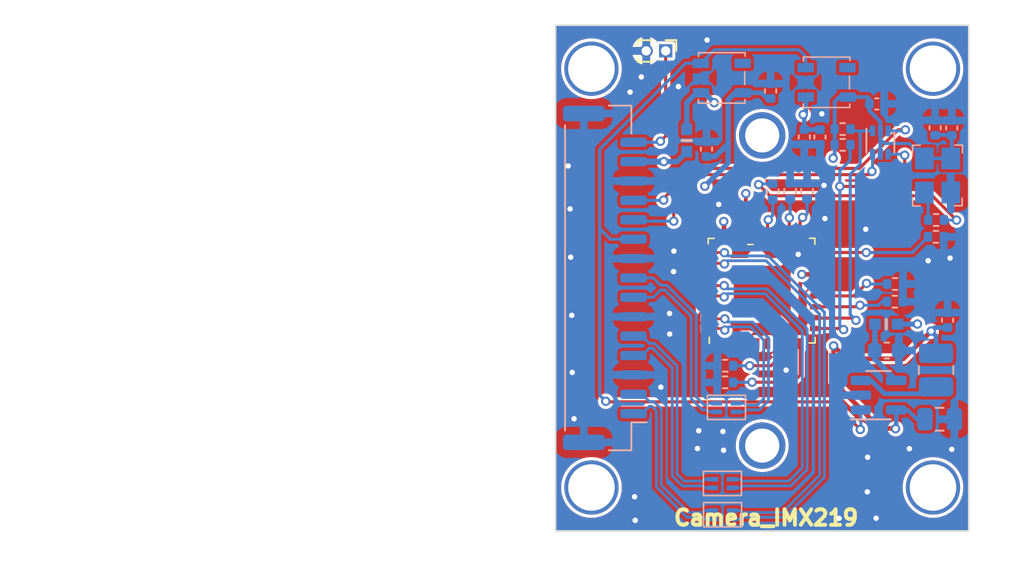
<source format=kicad_pcb>
(kicad_pcb (version 20230606) (generator pcbnew)
  (layers (0 "F.Cu" signal) (1 "In1.Cu" signal) (2 "In2.Cu" signal) (31 "B.Cu" signal) (34 "B.Paste" user) (35 "F.Paste" user) (36 "B.SilkS" user "B.Silkscreen") (37 "F.SilkS" user "F.Silkscreen") (38 "B.Mask" user) (39 "F.Mask" user) (44 "Edge.Cuts" user))
  (net 0 "")
  (net 1 "GND")
  (net 2 "Net-(IC1-IN)")
  (net 3 "+1V8")
  (net 4 "+2V8")
  (net 5 "Net-(U1-VIN)")
  (net 6 "+1V2")
  (net 7 "Net-(U2-AF_VDD)")
  (net 8 "+3V3")
  (net 9 "/IMX219/CON_CSI_D0_N")
  (net 10 "/IMX219/CSI_D0N")
  (net 11 "/IMX219/CSI_D0P")
  (net 12 "/IMX219/CON_CSI_D0_P")
  (net 13 "/IMX219/CON_CSI_D1_N")
  (net 14 "/IMX219/CSI_D1N")
  (net 15 "/IMX219/CSI_D1P")
  (net 16 "/IMX219/CON_CSI_D1_P")
  (net 17 "/IMX219/CON_CSI_CLK_N")
  (net 18 "/IMX219/CSI_CLKN")
  (net 19 "/IMX219/CSI_CLKP")
  (net 20 "/IMX219/CON_CSI_CLK_P")
  (net 21 "/IMX219/ENABLE")
  (net 24 "/IMX219/SCL 1V8")
  (net 25 "/IMX219/SDA")
  (net 26 "/IMX219/SDA 1V8")
  (net 27 "/IMX219/SCL")
  (net 28 "Net-(U1-SW)")
  (net 29 "Net-(Y1-OUTPUT)")
  (net 30 "/IMX219/MCLK")
  (net 31 "Net-(U2-XCLR)")
  (net 32 "Net-(U2-GPO)")
  (net 33 "Net-(U2-FSTROBE)")
  (net 34 "/IMX219/IR_CUT_GPIO")
  (net 35 "Net-(U2-AF_EN)")
  (net 36 "Net-(U2-VSS_AF)")
  (net 37 "Net-(U2-I_NCK)")
  (net 38 "Net-(U2-I_OUT)")
  (footprint "IMX219:Screw_Terminal_01x01" (layer "F.Cu") (at 168.09 97.49)
    (property "Reference" "U5")
    (property "Value" "Screw_Terminal_01x01" hide)
  )
  (footprint "IMX219:Screw_Terminal_01x01" (layer "F.Cu") (at 179.09 94.79)
    (property "Reference" "U8")
    (property "Value" "Screw_Terminal_01x01" hide)
  )
  (footprint "IMX219:Screw_Terminal_01x01" (layer "F.Cu") (at 179.09 74.79)
    (property "Reference" "U7")
    (property "Value" "Screw_Terminal_01x01" hide)
  )
  (footprint "IMX219:Screw_Terminal_01x01" (layer "F.Cu") (at 168.09 70.49)
    (property "Reference" "U3")
    (property "Value" "Screw_Terminal_01x01" hide)
  )
  (footprint "IMX219:SBP08047" (layer "F.Cu") (at 179.09 84.79)
    (property "Reference" "U2")
    (property "Value" "SBP08047" hide)
  )
  (footprint "IMX219:Screw_Terminal_01x01" (layer "F.Cu") (at 190.09 97.49)
    (property "Reference" "U6")
    (property "Value" "Screw_Terminal_01x01" hide)
  )
  (footprint "IMX219:Screw_Terminal_01x01" (layer "F.Cu") (at 190.09 70.49)
    (property "Reference" "U4")
    (property "Value" "Screw_Terminal_01x01" hide)
  )
  (footprint "IMX_219:Con_2Ways_1.25mm" (layer "F.Cu") (at 172.87 69.34 180)
    (property "Reference" "J2")
    (property "Value" "Con_2Ways_1.25mm" hide)
  )
  (footprint "Resistor_SMD:R_0402_1005Metric" (layer "B.Cu") (at 187.63 85.51 180)
    (property "Reference" "R8")
    (property "Value" "DNP" hide)
  )
  (footprint "Resistor_SMD:R_0402_1005Metric" (layer "B.Cu") (at 181.98 78.39 -90)
    (property "Reference" "R4")
    (property "Value" "0R" hide)
  )
  (footprint "IMX219:DLP11SN900HL2L" (layer "B.Cu") (at 175.91 99.53)
    (property "Reference" "FL1")
    (property "Value" "0504 " hide)
  )
  (footprint "Inductor_SMD:L_1008_2520Metric" (layer "B.Cu") (at 190.29 89.92 90)
    (property "Reference" "L1")
    (property "Value" "2520 2.2uH" hide)
  )
  (footprint "Resistor_SMD:R_0402_1005Metric" (layer "B.Cu") (at 190.29 80.24)
    (property "Reference" "R3")
    (property "Value" "22R" hide)
  )
  (footprint "Resistor_SMD:R_0402_1005Metric" (layer "B.Cu") (at 184.27 75.4)
    (property "Reference" "R2")
    (property "Value" "2.2K" hide)
  )
  (footprint "Capacitor_SMD:C_0402_1005Metric" (layer "B.Cu") (at 186.47 72.76)
    (property "Reference" "C3")
    (property "Value" "1uF" hide)
  )
  (footprint "Package_TO_SOT_SMD:SOT-563" (layer "B.Cu") (at 186.7 75.25 -90)
    (property "Reference" "IC3")
    (property "Value" "SOT-563" hide)
  )
  (footprint "Resistor_SMD:R_0402_1005Metric" (layer "B.Cu") (at 176.7 90.71)
    (property "Reference" "R9")
    (property "Value" "DNP" hide)
  )
  (footprint "Capacitor_SMD:C_0402_1005Metric" (layer "B.Cu") (at 181.8 74.89 90)
    (property "Reference" "C2")
    (property "Value" "1uF" hide)
  )
  (footprint "Resistor_SMD:R_0402_1005Metric" (layer "B.Cu") (at 184.27 74.38)
    (property "Reference" "R1")
    (property "Value" "2.2K" hide)
  )
  (footprint "Resistor_SMD:R_0402_1005Metric" (layer "B.Cu") (at 176.71 89.64)
    (property "Reference" "R11")
    (property "Value" "DNP" hide)
  )
  (footprint "Capacitor_SMD:C_0805_2012Metric" (layer "B.Cu") (at 190.52 93.09)
    (property "Reference" "C7")
    (property "Value" "10uF	" hide)
  )
  (footprint "Capacitor_SMD:C_0402_1005Metric" (layer "B.Cu") (at 191.3 74.31 -90)
    (property "Reference" "C8")
    (property "Value" "0.22uF" hide)
  )
  (footprint "Resistor_SMD:R_0402_1005Metric" (layer "B.Cu") (at 179.76 78.42 -90)
    (property "Reference" "R7")
    (property "Value" "0R" hide)
  )
  (footprint "IMX219:X322524MOB4SI" (layer "B.Cu") (at 189.535 76.275 -90)
    (property "Reference" "Y1")
    (property "Value" "24MHz" hide)
  )
  (footprint "Capacitor_SMD:C_0402_1005Metric" (layer "B.Cu") (at 190.23 74.3 90)
    (property "Reference" "C6")
    (property "Value" "1uF" hide)
  )
  (footprint "Resistor_SMD:R_0402_1005Metric" (layer "B.Cu") (at 187.65 84.37 180)
    (property "Reference" "R10")
    (property "Value" "DNP" hide)
  )
  (footprint "Capacitor_SMD:C_0402_1005Metric" (layer "B.Cu") (at 182.81 74.9 90)
    (property "Reference" "C1")
    (property "Value" "1uF" hide)
  )
  (footprint "Resistor_SMD:R_0402_1005Metric" (layer "B.Cu") (at 190.28 81.33 180)
    (property "Reference" "R6")
    (property "Value" "DNP" hide)
  )
  (footprint "IMX219:DLP11SN900HL2L" (layer "B.Cu") (at 175.9 97.51)
    (property "Reference" "FL2")
    (property "Value" "0504 " hide)
  )
  (footprint "IMX219:AP7331" (layer "B.Cu") (at 184.6 72.32 90)
    (property "Reference" "IC1")
    (property "Value" "SOT-25-5" hide)
  )
  (footprint "IMX219:JST_1x15-1MP_P1.25mm_Horizontal" (layer "B.Cu") (at 168.95 83.98 90)
    (property "Reference" "J1")
    (property "Value" "Con_15Ways_1.25mm" hide)
  )
  (footprint "Capacitor_SMD:C_0402_1005Metric" (layer "B.Cu") (at 191.03 86.7 -90)
    (property "Reference" "C10")
    (property "Value" "2.2uF" hide)
  )
  (footprint "IMX219:AP7331" (layer "B.Cu") (at 177.85 72.04 90)
    (property "Reference" "IC2")
    (property "Value" "SOT-25-5" hide)
  )
  (footprint "IMX219:DLP11SN900HL2L" (layer "B.Cu") (at 176.16 92.61)
    (property "Reference" "FL3")
    (property "Value" "0504 " hide)
  )
  (footprint "Package_TO_SOT_SMD:SOT-23-5" (layer "B.Cu") (at 186.5825 91.54)
    (property "Reference" "U1")
    (property "Value" "SOT-23-5" hide)
  )
  (footprint "Capacitor_SMD:C_0603_1608Metric" (layer "B.Cu") (at 187.12 88.66)
    (property "Reference" "C5")
    (property "Value" "4.7uF" hide)
  )
  (footprint "IMX219:BLM18SP221SN1B" (layer "B.Cu") (at 187.08 86.96 180)
    (property "Reference" "FB2")
    (property "Value" "600@100MHz" hide)
  )
  (footprint "IMX219:BLM18SP221SN1B" (layer "B.Cu") (at 174.23 75.12 90)
    (property "Reference" "FB1")
    (property "Value" "600@100MHz" hide)
  )
  (footprint "Capacitor_SMD:C_0402_1005Metric" (layer "B.Cu") (at 179.63 71.93 90)
    (property "Reference" "C4")
    (property "Value" "1uF" hide)
  )
  (footprint "Capacitor_SMD:C_0402_1005Metric" (layer "B.Cu") (at 175.5 75.67 -90)
    (property "Reference" "C9")
    (property "Value" "2.2uF" hide)
  )
  (footprint "Resistor_SMD:R_0402_1005Metric" (layer "B.Cu") (at 180.89 78.39 -90)
    (property "Reference" "R5")
    (property "Value" "DNP" hide)
  )
  (gr_rect (start 165.79 67.69) (end 192.39 100.29) (stroke (width 0.1)) (fill none) (layer "Edge.Cuts"))
  (gr_text "Camera_IMX219\n" (at 173.27 100.03 0) (layer "F.SilkS") (effects (font (size 1 1) (thickness 0.25) bold) (justify left bottom)))
  (via (at 175 93.83) (size 0.6) (drill 0.35) (layers "F.Cu" "B.Cu") (net 1))
  (via (at 181.41 82.46) (size 0.6) (drill 0.35) (layers "F.Cu" "B.Cu") (net 1))
  (via (at 189.78 82.87) (size 0.6) (drill 0.35) (layers "F.Cu" "B.Cu") (net 1))
  (via (at 176.29 79.24) (size 0.6) (drill 0.35) (layers "F.Cu" "B.Cu") (net 1))
  (via (at 173.69 71.64) (size 0.6) (drill 0.35) (layers "F.Cu" "B.Cu") (net 1))
  (via (at 170.91 99.61) (size 0.6) (drill 0.35) (layers "F.Cu" "B.Cu") (net 1))
  (via (at 171.3 71.02) (size 0.6) (drill 0.35) (layers "F.Cu" "B.Cu") (net 1))
  (via (at 191.3 95.03) (size 0.6) (drill 0.35) (layers "F.Cu" "B.Cu") (net 1))
  (via (at 173.4 82.25) (size 0.6) (drill 0.35) (layers "F.Cu" "B.Cu") (net 1))
  (via (at 170.58 72) (size 0.6) (drill 0.35) (layers "F.Cu" "B.Cu") (net 1))
  (via (at 174.92 94.98) (size 0.6) (drill 0.35) (layers "F.Cu" "B.Cu") (net 1))
  (via (at 183.13 80.15) (size 0.6) (drill 0.35) (layers "F.Cu" "B.Cu") (net 1))
  (via (at 166.71 79.53) (size 0.6) (drill 0.35) (layers "F.Cu" "B.Cu") (net 1))
  (via (at 173.12 86.27) (size 0.6) (drill 0.35) (layers "F.Cu" "B.Cu") (net 1))
  (via (at 183.07 78.01) (size 0.6) (drill 0.35) (layers "F.Cu" "B.Cu") (net 1))
  (via (at 186.43 99.47) (size 0.6) (drill 0.35) (layers "F.Cu" "B.Cu") (net 1))
  (via (at 166.59 76.76) (size 0.6) (drill 0.35) (layers "F.Cu" "B.Cu") (net 1))
  (via (at 166.97 93.06) (size 0.6) (drill 0.35) (layers "F.Cu" "B.Cu") (net 1))
  (via (at 180.63 89.92) (size 0.6) (drill 0.35) (layers "F.Cu" "B.Cu") (net 1))
  (via (at 166.85 90.07) (size 0.6) (drill 0.35) (layers "F.Cu" "B.Cu") (net 1))
  (via (at 188.57 94.99) (size 0.6) (drill 0.35) (layers "F.Cu" "B.Cu") (net 1))
  (via (at 173.38 83.57) (size 0.6) (drill 0.35) (layers "F.Cu" "B.Cu") (net 1))
  (via (at 176.56 93.88) (size 0.6) (drill 0.35) (layers "F.Cu" "B.Cu") (net 1))
  (via (at 185.86 97.77) (size 0.6) (drill 0.35) (layers "F.Cu" "B.Cu") (net 1))
  (via (at 176.6 95.09) (size 0.6) (drill 0.35) (layers "F.Cu" "B.Cu") (net 1))
  (via (at 173.13 87.6) (size 0.6) (drill 0.35) (layers "F.Cu" "B.Cu") (net 1))
  (via (at 184.04 99.48) (size 0.6) (drill 0.35) (layers "F.Cu" "B.Cu") (net 1))
  (via (at 182.93 73.4) (size 0.6) (drill 0.35) (layers "F.Cu" "B.Cu") (net 1))
  (via (at 172.56 91.02) (size 0.6) (drill 0.35) (layers "F.Cu" "B.Cu") (net 1))
  (via (at 166.75 82.64) (size 0.6) (drill 0.35) (layers "F.Cu" "B.Cu") (net 1))
  (via (at 191.19 82.7) (size 0.6) (drill 0.35) (layers "F.Cu" "B.Cu") (net 1))
  (via (at 185.76 80.84) (size 0.6) (drill 0.35) (layers "F.Cu" "B.Cu") (net 1))
  (via (at 175.54 68.64) (size 0.6) (drill 0.35) (layers "F.Cu" "B.Cu") (net 1))
  (via (at 185.88 95.54) (size 0.6) (drill 0.35) (layers "F.Cu" "B.Cu") (net 1))
  (via (at 170.87 98.09) (size 0.6) (drill 0.35) (layers "F.Cu" "B.Cu") (net 1))
  (via (at 166.82 86.39) (size 0.6) (drill 0.35) (layers "F.Cu" "B.Cu") (net 1))
  (segment (start 181.73 73.45) (end 181.73 73.46) (width 0.35) (layer "F.Cu") (net 2))
  (via (at 181.73 73.45) (size 0.6) (drill 0.35) (layers "F.Cu" "B.Cu") (net 2))
  (via (at 176 72.68) (size 0.6) (drill 0.35) (layers "F.Cu" "B.Cu") (net 2))
  (segment (start 174.87 72.04) (end 175.15 72.04) (width 0.35) (layer "B.Cu") (net 2))
  (segment (start 175.36 72.04) (end 175.15 72.04) (width 0.35) (layer "B.Cu") (net 2))
  (segment (start 181.8 73.38) (end 181.8 74.41) (width 0.3) (layer "B.Cu") (net 2))
  (segment (start 176 72.68) (end 175.36 72.04) (width 0.35) (layer "B.Cu") (net 2))
  (segment (start 181.9 72.32) (end 181.9 73.28) (width 0.3) (layer "B.Cu") (net 2))
  (segment (start 174.23 74.395) (end 174.23 72.68) (width 0.35) (layer "B.Cu") (net 2))
  (segment (start 181.8 74.41) (end 182.75 74.41) (width 0.3) (layer "B.Cu") (net 2))
  (segment (start 174.23 72.68) (end 174.87 72.04) (width 0.35) (layer "B.Cu") (net 2))
  (segment (start 181.9 73.28) (end 181.8 73.38) (width 0.3) (layer "B.Cu") (net 2))
  (segment (start 178.035 78.54) (end 178.035 81.365) (width 0.25) (layer "F.Cu") (net 3))
  (via (at 183.66 76.26) (size 0.6) (drill 0.35) (layers "F.Cu" "B.Cu") (net 3))
  (via (at 178.035 78.54) (size 0.6) (drill 0.35) (layers "F.Cu" "B.Cu") (net 3))
  (segment (start 183.66 76.26) (end 183.66 76.24) (width 0.25) (layer "B.Cu") (net 3))
  (segment (start 184.05 72.32) (end 183.76 72.61) (width 0.25) (layer "B.Cu") (net 3))
  (segment (start 186.7 75.03) (end 186.98 75.31) (width 0.2) (layer "B.Cu") (net 3))
  (segment (start 190.25 74.76) (end 190.23 74.78) (width 0.25) (layer "B.Cu") (net 3))
  (segment (start 189.535 76.275) (end 191.235 76.275) (width 0.25) (layer "B.Cu") (net 3))
  (segment (start 188.57 75.31) (end 189.535 76.275) (width 0.2) (layer "B.Cu") (net 3))
  (segment (start 186.7 74.5) (end 186.7 73.9) (width 0.25) (layer "B.Cu") (net 3))
  (segment (start 186.7 73.9) (end 185.99 73.19) (width 0.25) (layer "B.Cu") (net 3))
  (segment (start 186.98 75.31) (end 188.57 75.31) (width 0.2) (layer "B.Cu") (net 3))
  (segment (start 183.76 72.61) (end 183.76 74.38) (width 0.25) (layer "B.Cu") (net 3))
  (segment (start 185.99 72.43) (end 185.99 72.76) (width 0.25) (layer "B.Cu") (net 3))
  (segment (start 191.235 76.275) (end 191.3 76.21) (width 0.25) (layer "B.Cu") (net 3))
  (segment (start 183.66 76.24) (end 183.76 76.14) (width 0.25) (layer "B.Cu") (net 3))
  (segment (start 191.3 74.79) (end 191.27 74.76) (width 0.25) (layer "B.Cu") (net 3))
  (segment (start 183.76 76.14) (end 183.76 75.4) (width 0.25) (layer "B.Cu") (net 3))
  (segment (start 183.76 74.38) (end 183.76 75.4) (width 0.25) (layer "B.Cu") (net 3))
  (segment (start 191.27 74.76) (end 190.25 74.76) (width 0.25) (layer "B.Cu") (net 3))
  (segment (start 186.7 74.5) (end 186.7 76) (width 0.25) (layer "B.Cu") (net 3))
  (segment (start 184.6 72.32) (end 184.05 72.32) (width 0.25) (layer "B.Cu") (net 3))
  (segment (start 184.6 72.32) (end 185.88 72.32) (width 0.25) (layer "B.Cu") (net 3))
  (segment (start 185.88 72.32) (end 185.99 72.43) (width 0.25) (layer "B.Cu") (net 3))
  (segment (start 191.3 76.21) (end 191.3 74.79) (width 0.25) (layer "B.Cu") (net 3))
  (segment (start 185.99 73.19) (end 185.99 72.76) (width 0.25) (layer "B.Cu") (net 3))
  (segment (start 182.5 83.75) (end 182.51 83.74) (width 0.3) (layer "F.Cu") (net 4))
  (segment (start 181.64 83.75) (end 182.5 83.75) (width 0.3) (layer "F.Cu") (net 4))
  (via (at 181.64 83.75) (size 0.6) (drill 0.35) (layers "F.Cu" "B.Cu") (net 4))
  (via (at 175.393056 78.066944) (size 0.6) (drill 0.35) (layers "F.Cu" "B.Cu") (net 4))
  (segment (start 176.9 75.32) (end 176.9 72.49) (width 0.35) (layer "B.Cu") (net 4))
  (segment (start 175.393056 78.066944) (end 176.9 76.56) (width 0.35) (layer "B.Cu") (net 4))
  (segment (start 177.85 72.04) (end 179.04 72.04) (width 0.3) (layer "B.Cu") (net 4))
  (segment (start 177.35 72.04) (end 177.85 72.04) (width 0.35) (layer "B.Cu") (net 4))
  (segment (start 176.83 75.39) (end 176.07 76.15) (width 0.35) (layer "B.Cu") (net 4))
  (segment (start 179.04 72.04) (end 179.41 72.41) (width 0.3) (layer "B.Cu") (net 4))
  (segment (start 179.41 72.41) (end 179.63 72.41) (width 0.3) (layer "B.Cu") (net 4))
  (segment (start 176.07 76.15) (end 175.5 76.15) (width 0.35) (layer "B.Cu") (net 4))
  (segment (start 176.9 76.56) (end 176.9 75.32) (width 0.35) (layer "B.Cu") (net 4))
  (segment (start 176.9 72.49) (end 177.35 72.04) (width 0.35) (layer "B.Cu") (net 4))
  (segment (start 176.83 75.39) (end 176.9 75.32) (width 0.35) (layer "B.Cu") (net 4))
  (segment (start 186.345 88.66) (end 186.345 86.97) (width 0.35) (layer "B.Cu") (net 5))
  (segment (start 187.72 90.59) (end 186.345 89.215) (width 0.35) (layer "B.Cu") (net 5))
  (segment (start 186.345 89.215) (end 186.345 88.66) (width 0.35) (layer "B.Cu") (net 5))
  (segment (start 186.345 86.97) (end 186.355 86.96) (width 0.35) (layer "B.Cu") (net 5))
  (segment (start 184.5195 89.19) (end 188.19 89.19) (width 0.3) (layer "F.Cu") (net 6))
  (segment (start 183.6895 88.36) (end 183.6895 90.6795) (width 0.3) (layer "F.Cu") (net 6))
  (segment (start 176.61 80.34) (end 176.635 80.365) (width 0.3) (layer "F.Cu") (net 6))
  (segment (start 189.97 87.41) (end 189.97 87.36) (width 0.3) (layer "F.Cu") (net 6))
  (segment (start 187.66 93.68) (end 187.64 93.68) (width 0.3) (layer "F.Cu") (net 6))
  (segment (start 183.6895 90.6795) (end 186.69 93.68) (width 0.3) (layer "F.Cu") (net 6))
  (segment (start 176.61 80.45) (end 176.63 80.47) (width 0.3) (layer "F.Cu") (net 6))
  (segment (start 187.62 93.68) (end 187.68 93.7) (width 0.3) (layer "F.Cu") (net 6))
  (segment (start 188.19 89.19) (end 189.97 87.41) (width 0.3) (layer "F.Cu") (net 6))
  (segment (start 176.61 80.34) (end 176.61 80.45) (width 0.3) (layer "F.Cu") (net 6))
  (segment (start 187.68 93.7) (end 187.66 93.68) (width 0.3) (layer "F.Cu") (net 6))
  (segment (start 186.69 93.68) (end 187.62 93.68) (width 0.3) (layer "F.Cu") (net 6))
  (segment (start 183.6895 88.36) (end 184.5195 89.19) (width 0.3) (layer "F.Cu") (net 6))
  (segment (start 189.97 87.36) (end 189.93 87.4) (width 0.3) (layer "F.Cu") (net 6))
  (segment (start 176.635 80.365) (end 176.635 81.365) (width 0.3) (layer "F.Cu") (net 6))
  (via (at 189.97 87.41) (size 0.6) (drill 0.35) (layers "F.Cu" "B.Cu") (net 6))
  (via (at 183.6895 88.36) (size 0.6) (drill 0.35) (layers "F.Cu" "B.Cu") (net 6))
  (via (at 176.61 80.34) (size 0.6) (drill 0.35) (layers "F.Cu" "B.Cu") (net 6))
  (via (at 187.68 93.7) (size 0.6) (drill 0.35) (layers "F.Cu" "B.Cu") (net 6))
  (segment (start 189.57 93.09) (end 189.05 93.09) (width 0.25) (layer "B.Cu") (net 6))
  (segment (start 188.45 92.49) (end 187.72 92.49) (width 0.25) (layer "B.Cu") (net 6))
  (segment (start 190.2 87.18) (end 189.97 87.41) (width 0.3) (layer "B.Cu") (net 6))
  (segment (start 187.72 92.49) (end 187.72 93.66) (width 0.3) (layer "B.Cu") (net 6))
  (segment (start 187.72 93.66) (end 187.68 93.7) (width 0.3) (layer "B.Cu") (net 6))
  (segment (start 190.29 87.73) (end 189.97 87.41) (width 0.3) (layer "B.Cu") (net 6))
  (segment (start 191.03 87.18) (end 190.2 87.18) (width 0.3) (layer "B.Cu") (net 6))
  (segment (start 189.05 93.09) (end 188.45 92.49) (width 0.25) (layer "B.Cu") (net 6))
  (segment (start 190.29 88.845) (end 190.29 87.73) (width 0.3) (layer "B.Cu") (net 6))
  (segment (start 181.08 90.7) (end 181.535 90.245) (width 0.2) (layer "F.Cu") (net 7))
  (segment (start 178.44 90.7) (end 181.08 90.7) (width 0.2) (layer "F.Cu") (net 7))
  (segment (start 181.535 90.245) (end 181.535 88.215) (width 0.2) (layer "F.Cu") (net 7))
  (via (at 178.44 90.7) (size 0.6) (drill 0.35) (layers "F.Cu" "B.Cu") (net 7))
  (segment (start 178.44 90.7) (end 178.43 90.71) (width 0.2) (layer "B.Cu") (net 7))
  (segment (start 178.43 90.71) (end 177.21 90.71) (width 0.2) (layer "B.Cu") (net 7))
  (via (at 189.09 86.95) (size 0.6) (drill 0.35) (layers "F.Cu" "B.Cu") (net 8))
  (via (at 172.75 76.48) (size 0.6) (drill 0.35) (layers "F.Cu" "B.Cu") (net 8))
  (segment (start 172.75 76.48) (end 170.8 76.48) (width 0.4) (layer "B.Cu") (net 8))
  (segment (start 173.595 76.48) (end 174.23 75.845) (width 0.35) (layer "B.Cu") (net 8))
  (segment (start 172.75 76.48) (end 173.595 76.48) (width 0.35) (layer "B.Cu") (net 8))
  (segment (start 189.08 86.95) (end 189.07 86.96) (width 0.35) (layer "B.Cu") (net 8))
  (segment (start 189.09 86.95) (end 189.08 86.95) (width 0.35) (layer "B.Cu") (net 8))
  (segment (start 189.07 86.96) (end 187.805 86.96) (width 0.35) (layer "B.Cu") (net 8))
  (segment (start 172.275111 92.554157) (end 171.980842 92.259888) (width 0.182777) (layer "B.Cu") (net 9))
  (segment (start 172.275111 97.454157) (end 174.230842 99.409888) (width 0.182777) (layer "B.Cu") (net 9))
  (segment (start 172.275111 97.454157) (end 172.275111 92.554157) (width 0.182777) (layer "B.Cu") (net 9))
  (segment (start 175.264887 99.409888) (end 175.384999 99.53) (width 0.182777) (layer "B.Cu") (net 9))
  (segment (start 175.384999 99.53) (end 175.91 99.53) (width 0.182777) (layer "B.Cu") (net 9))
  (segment (start 171.820112 92.259888) (end 171.35 92.73) (width 0.182777) (layer "B.Cu") (net 9))
  (segment (start 171.35 92.73) (end 170.8 92.73) (width 0.182777) (layer "B.Cu") (net 9))
  (segment (start 174.230842 99.409888) (end 175.264887 99.409888) (width 0.182777) (layer "B.Cu") (net 9))
  (segment (start 171.980842 92.259888) (end 171.820112 92.259888) (width 0.182777) (layer "B.Cu") (net 9))
  (segment (start 175.66 82.34) (end 176.645664 82.34) (width 0.182777) (layer "F.Cu") (net 10))
  (segment (start 176.645664 82.34) (end 176.656068 82.350404) (width 0.182777) (layer "F.Cu") (net 10))
  (via (at 176.656068 82.350404) (size 0.6) (drill 0.35) (layers "F.Cu" "B.Cu") (net 10))
  (segment (start 180.519158 99.409888) (end 183.098612 96.830434) (width 0.182777) (layer "B.Cu") (net 10))
  (segment (start 183.098612 96.830434) (end 183.098612 86.189566) (width 0.182777) (layer "B.Cu") (net 10))
  (segment (start 183.098612 86.189566) (end 179.468061 82.559015) (width 0.182777) (layer "B.Cu") (net 10))
  (segment (start 179.468061 82.559015) (end 176.864679 82.559015) (width 0.182777) (layer "B.Cu") (net 10))
  (segment (start 176.864679 82.559015) (end 176.656068 82.350404) (width 0.182777) (layer "B.Cu") (net 10))
  (segment (start 177.805113 99.409888) (end 180.519158 99.409888) (width 0.182777) (layer "B.Cu") (net 10))
  (segment (start 177.16 99.53) (end 177.685001 99.53) (width 0.182777) (layer "B.Cu") (net 10))
  (segment (start 177.685001 99.53) (end 177.805113 99.409888) (width 0.182777) (layer "B.Cu") (net 10))
  (segment (start 176.618664 83.04) (end 176.656068 83.077404) (width 0.182777) (layer "F.Cu") (net 11))
  (segment (start 175.66 83.04) (end 176.618664 83.04) (width 0.182777) (layer "F.Cu") (net 11))
  (via (at 176.656068 83.077404) (size 0.6) (drill 0.35) (layers "F.Cu" "B.Cu") (net 11))
  (segment (start 177.805113 99.100112) (end 180.390842 99.100112) (width 0.182777) (layer "B.Cu") (net 11))
  (segment (start 182.788835 96.702119) (end 182.788835 86.317881) (width 0.182777) (layer "B.Cu") (net 11))
  (segment (start 179.339747 82.868793) (end 176.864679 82.868793) (width 0.182777) (layer "B.Cu") (net 11))
  (segment (start 180.390842 99.100112) (end 182.788835 96.702119) (width 0.182777) (layer "B.Cu") (net 11))
  (segment (start 182.788835 86.317881) (end 179.339747 82.868793) (width 0.182777) (layer "B.Cu") (net 11))
  (segment (start 176.864679 82.868793) (end 176.656068 83.077404) (width 0.182777) (layer "B.Cu") (net 11))
  (segment (start 177.16 98.98) (end 177.685001 98.98) (width 0.182777) (layer "B.Cu") (net 11))
  (segment (start 177.685001 98.98) (end 177.805113 99.100112) (width 0.182777) (layer "B.Cu") (net 11))
  (segment (start 171.820112 91.950112) (end 171.35 91.48) (width 0.182777) (layer "B.Cu") (net 12))
  (segment (start 172.584889 92.425843) (end 172.109158 91.950112) (width 0.182777) (layer "B.Cu") (net 12))
  (segment (start 172.584889 97.325843) (end 174.359158 99.100112) (width 0.182777) (layer "B.Cu") (net 12))
  (segment (start 172.109158 91.950112) (end 171.820112 91.950112) (width 0.182777) (layer "B.Cu") (net 12))
  (segment (start 175.264887 99.100112) (end 175.384999 98.98) (width 0.182777) (layer "B.Cu") (net 12))
  (segment (start 175.384999 98.98) (end 175.91 98.98) (width 0.182777) (layer "B.Cu") (net 12))
  (segment (start 172.584889 97.325843) (end 172.584889 92.425843) (width 0.182777) (layer "B.Cu") (net 12))
  (segment (start 174.359158 99.100112) (end 175.264887 99.100112) (width 0.182777) (layer "B.Cu") (net 12))
  (segment (start 171.35 91.48) (end 170.8 91.48) (width 0.182777) (layer "B.Cu") (net 12))
  (segment (start 172.030842 88.509888) (end 171.820112 88.509888) (width 0.182777) (layer "B.Cu") (net 13))
  (segment (start 171.820112 88.509888) (end 171.35 88.98) (width 0.182777) (layer "B.Cu") (net 13))
  (segment (start 173.295111 89.774157) (end 172.030842 88.509888) (width 0.182777) (layer "B.Cu") (net 13))
  (segment (start 173.295111 96.744157) (end 173.295111 89.774157) (width 0.182777) (layer "B.Cu") (net 13))
  (segment (start 173.940842 97.389888) (end 175.254887 97.389888) (width 0.182777) (layer "B.Cu") (net 13))
  (segment (start 171.35 88.98) (end 170.8 88.98) (width 0.182777) (layer "B.Cu") (net 13))
  (segment (start 173.295111 96.744157) (end 173.940842 97.389888) (width 0.182777) (layer "B.Cu") (net 13))
  (segment (start 175.254887 97.389888) (end 175.374999 97.51) (width 0.182777) (layer "B.Cu") (net 13))
  (segment (start 175.374999 97.51) (end 175.9 97.51) (width 0.182777) (layer "B.Cu") (net 13))
  (segment (start 175.6965 84.4765) (end 175.66 84.44) (width 0.182777) (layer "F.Cu") (net 14))
  (segment (start 176.64 84.4765) (end 175.6965 84.4765) (width 0.182777) (layer "F.Cu") (net 14))
  (via (at 176.64 84.4765) (size 0.6) (drill 0.35) (layers "F.Cu" "B.Cu") (net 14))
  (segment (start 177.675001 97.51) (end 177.15 97.51) (width 0.182777) (layer "B.Cu") (net 14))
  (segment (start 181.984889 96.334157) (end 180.929158 97.389888) (width 0.182777) (layer "B.Cu") (net 14))
  (segment (start 181.984889 87.265843) (end 181.984889 96.334157) (width 0.182777) (layer "B.Cu") (net 14))
  (segment (start 176.848611 84.685111) (end 179.404157 84.685111) (width 0.182777) (layer "B.Cu") (net 14))
  (segment (start 177.795113 97.389888) (end 177.675001 97.51) (width 0.182777) (layer "B.Cu") (net 14))
  (segment (start 176.64 84.4765) (end 176.848611 84.685111) (width 0.182777) (layer "B.Cu") (net 14))
  (segment (start 179.404157 84.685111) (end 181.984889 87.265843) (width 0.182777) (layer "B.Cu") (net 14))
  (segment (start 180.929158 97.389888) (end 177.795113 97.389888) (width 0.182777) (layer "B.Cu") (net 14))
  (segment (start 175.66 85.14) (end 176.5765 85.14) (width 0.182777) (layer "F.Cu") (net 15))
  (segment (start 176.5765 85.14) (end 176.64 85.2035) (width 0.182777) (layer "F.Cu") (net 15))
  (via (at 176.64 85.2035) (size 0.6) (drill 0.35) (layers "F.Cu" "B.Cu") (net 15))
  (segment (start 177.795113 97.080112) (end 177.675001 96.96) (width 0.182777) (layer "B.Cu") (net 15))
  (segment (start 181.675111 96.205843) (end 180.800842 97.080112) (width 0.182777) (layer "B.Cu") (net 15))
  (segment (start 176.848611 84.994889) (end 179.275843 84.994889) (width 0.182777) (layer "B.Cu") (net 15))
  (segment (start 177.675001 96.96) (end 177.15 96.96) (width 0.182777) (layer "B.Cu") (net 15))
  (segment (start 181.675111 87.394157) (end 181.675111 96.205843) (width 0.182777) (layer "B.Cu") (net 15))
  (segment (start 176.64 85.2035) (end 176.848611 84.994889) (width 0.182777) (layer "B.Cu") (net 15))
  (segment (start 180.800842 97.080112) (end 177.795113 97.080112) (width 0.182777) (layer "B.Cu") (net 15))
  (segment (start 179.275843 84.994889) (end 181.675111 87.394157) (width 0.182777) (layer "B.Cu") (net 15))
  (segment (start 173.604889 96.615843) (end 173.604889 89.645843) (width 0.182777) (layer "B.Cu") (net 16))
  (segment (start 175.374999 96.96) (end 175.9 96.96) (width 0.182777) (layer "B.Cu") (net 16))
  (segment (start 171.35 87.73) (end 170.8 87.73) (width 0.182777) (layer "B.Cu") (net 16))
  (segment (start 171.820112 88.200112) (end 171.35 87.73) (width 0.182777) (layer "B.Cu") (net 16))
  (segment (start 175.254887 97.080112) (end 175.374999 96.96) (width 0.182777) (layer "B.Cu") (net 16))
  (segment (start 174.069158 97.080112) (end 175.254887 97.080112) (width 0.182777) (layer "B.Cu") (net 16))
  (segment (start 173.604889 96.615843) (end 174.069158 97.080112) (width 0.182777) (layer "B.Cu") (net 16))
  (segment (start 172.159158 88.200112) (end 171.820112 88.200112) (width 0.182777) (layer "B.Cu") (net 16))
  (segment (start 173.604889 89.645843) (end 172.159158 88.200112) (width 0.182777) (layer "B.Cu") (net 16))
  (segment (start 172.075001 85.23) (end 170.8 85.23) (width 0.182777) (layer "B.Cu") (net 17))
  (segment (start 174.52 91.769046) (end 174.52 86.459046) (width 0.182777) (layer "B.Cu") (net 17))
  (segment (start 175.240842 92.489888) (end 174.52 91.769046) (width 0.182777) (layer "B.Cu") (net 17))
  (segment (start 174.52 86.459046) (end 172.820842 84.759888) (width 0.182777) (layer "B.Cu") (net 17))
  (segment (start 172.545113 84.759888) (end 172.075001 85.23) (width 0.182777) (layer "B.Cu") (net 17))
  (segment (start 175.634999 92.61) (end 175.514887 92.489888) (width 0.182777) (layer "B.Cu") (net 17))
  (segment (start 176.16 92.61) (end 175.634999 92.61) (width 0.182777) (layer "B.Cu") (net 17))
  (segment (start 175.514887 92.489888) (end 175.240842 92.489888) (width 0.182777) (layer "B.Cu") (net 17))
  (segment (start 172.820842 84.759888) (end 172.545113 84.759888) (width 0.182777) (layer "B.Cu") (net 17))
  (segment (start 176.68 86.6165) (end 175.7365 86.6165) (width 0.182777) (layer "F.Cu") (net 18))
  (segment (start 175.7365 86.6165) (end 175.66 86.54) (width 0.182777) (layer "F.Cu") (net 18))
  (via (at 176.68 86.6165) (size 0.6) (drill 0.35) (layers "F.Cu" "B.Cu") (net 18))
  (segment (start 179.494889 91.904157) (end 178.909158 92.489888) (width 0.182777) (layer "B.Cu") (net 18))
  (segment (start 177.935001 92.61) (end 177.41 92.61) (width 0.182777) (layer "B.Cu") (net 18))
  (segment (start 176.68 86.6165) (end 176.888611 86.825111) (width 0.182777) (layer "B.Cu") (net 18))
  (segment (start 179.494889 87.855843) (end 179.494889 91.904157) (width 0.182777) (layer "B.Cu") (net 18))
  (segment (start 178.464157 86.825111) (end 179.494889 87.855843) (width 0.182777) (layer "B.Cu") (net 18))
  (segment (start 176.888611 86.825111) (end 178.464157 86.825111) (width 0.182777) (layer "B.Cu") (net 18))
  (segment (start 178.055113 92.489888) (end 177.935001 92.61) (width 0.182777) (layer "B.Cu") (net 18))
  (segment (start 178.909158 92.489888) (end 178.055113 92.489888) (width 0.182777) (layer "B.Cu") (net 18))
  (segment (start 176.5765 87.24) (end 176.68 87.3435) (width 0.182777) (layer "F.Cu") (net 19))
  (segment (start 175.66 87.24) (end 176.5765 87.24) (width 0.182777) (layer "F.Cu") (net 19))
  (via (at 176.68 87.3435) (size 0.6) (drill 0.35) (layers "F.Cu" "B.Cu") (net 19))
  (segment (start 176.68 87.3435) (end 176.888611 87.134889) (width 0.182777) (layer "B.Cu") (net 19))
  (segment (start 178.055113 92.180112) (end 177.935001 92.06) (width 0.182777) (layer "B.Cu") (net 19))
  (segment (start 176.888611 87.134889) (end 178.335843 87.134889) (width 0.182777) (layer "B.Cu") (net 19))
  (segment (start 178.780842 92.180112) (end 178.055113 92.180112) (width 0.182777) (layer "B.Cu") (net 19))
  (segment (start 179.185111 91.775843) (end 178.780842 92.180112) (width 0.182777) (layer "B.Cu") (net 19))
  (segment (start 177.935001 92.06) (end 177.41 92.06) (width 0.182777) (layer "B.Cu") (net 19))
  (segment (start 179.185111 87.984157) (end 179.185111 91.775843) (width 0.182777) (layer "B.Cu") (net 19))
  (segment (start 178.335843 87.134889) (end 179.185111 87.984157) (width 0.182777) (layer "B.Cu") (net 19))
  (segment (start 174.84 91.650954) (end 174.84 86.340954) (width 0.182777) (layer "B.Cu") (net 20))
  (segment (start 174.84 86.340954) (end 172.949158 84.450112) (width 0.182777) (layer "B.Cu") (net 20))
  (segment (start 176.16 92.06) (end 175.634999 92.06) (width 0.182777) (layer "B.Cu") (net 20))
  (segment (start 172.075001 83.98) (end 170.8 83.98) (width 0.182777) (layer "B.Cu") (net 20))
  (segment (start 172.545113 84.450112) (end 172.075001 83.98) (width 0.182777) (layer "B.Cu") (net 20))
  (segment (start 175.514887 92.180112) (end 175.369158 92.180112) (width 0.182777) (layer "B.Cu") (net 20))
  (segment (start 172.949158 84.450112) (end 172.545113 84.450112) (width 0.182777) (layer "B.Cu") (net 20))
  (segment (start 175.369158 92.180112) (end 174.84 91.650954) (width 0.182777) (layer "B.Cu") (net 20))
  (segment (start 175.634999 92.06) (end 175.514887 92.180112) (width 0.182777) (layer "B.Cu") (net 20))
  (segment (start 183.63 91.97) (end 185.41 93.75) (width 0.2) (layer "F.Cu") (net 21))
  (segment (start 169.01 91.93) (end 169.05 91.97) (width 0.2) (layer "F.Cu") (net 21))
  (segment (start 169.05 91.97) (end 183.63 91.97) (width 0.2) (layer "F.Cu") (net 21))
  (via (at 185.41 93.75) (size 0.6) (drill 0.35) (layers "F.Cu" "B.Cu") (net 21))
  (via (at 169.01 91.93) (size 0.6) (drill 0.35) (layers "F.Cu" "B.Cu") (net 21))
  (segment (start 174.16 70.14) (end 175.14 70.14) (width 0.2) (layer "B.Cu") (net 21))
  (segment (start 168.62 91.54) (end 168.62 75.68) (width 0.2) (layer "B.Cu") (net 21))
  (segment (start 168.64 80.81) (end 169.31 81.48) (width 0.2) (layer "B.Cu") (net 21))
  (segment (start 185.445 93.715) (end 185.445 92.49) (width 0.2) (layer "B.Cu") (net 21))
  (segment (start 181.89 69.71) (end 181.45 69.27) (width 0.2) (layer "B.Cu") (net 21))
  (segment (start 185.41 93.75) (end 185.445 93.715) (width 0.2) (layer "B.Cu") (net 21))
  (segment (start 176.01 69.27) (end 175.14 70.14) (width 0.2) (layer "B.Cu") (net 21))
  (segment (start 181.45 69.27) (end 176.01 69.27) (width 0.2) (layer "B.Cu") (net 21))
  (segment (start 168.62 75.68) (end 174.16 70.14) (width 0.2) (layer "B.Cu") (net 21))
  (segment (start 169.01 91.93) (end 168.62 91.54) (width 0.2) (layer "B.Cu") (net 21))
  (segment (start 169.31 81.48) (end 170.8 81.48) (width 0.2) (layer "B.Cu") (net 21))
  (segment (start 168.62 80.81) (end 168.64 80.81) (width 0.2) (layer "B.Cu") (net 21))
  (segment (start 181.89 70.42) (end 181.89 69.71) (width 0.2) (layer "B.Cu") (net 21))
  (segment (start 185.13 86.71) (end 184.99 86.57) (width 0.2) (layer "F.Cu") (net 24))
  (segment (start 184.99 86.57) (end 182.54 86.57) (width 0.2) (layer "F.Cu") (net 24))
  (segment (start 182.54 86.57) (end 182.51 86.54) (width 0.2) (layer "F.Cu") (net 24))
  (via (at 185.13 86.71) (size 0.6) (drill 0.35) (layers "F.Cu" "B.Cu") (net 24))
  (segment (start 185.4 74.59) (end 185.49 74.5) (width 0.2) (layer "B.Cu") (net 24))
  (segment (start 184.9 74.5) (end 185.49 74.5) (width 0.2) (layer "B.Cu") (net 24))
  (segment (start 185.49 74.5) (end 186.2 74.5) (width 0.2) (layer "B.Cu") (net 24))
  (segment (start 185.4 76.65) (end 185.4 74.59) (width 0.2) (layer "B.Cu") (net 24))
  (segment (start 185.13 86.71) (end 184.76 86.34) (width 0.2) (layer "B.Cu") (net 24))
  (segment (start 184.76 77.29) (end 185.4 76.65) (width 0.2) (layer "B.Cu") (net 24))
  (segment (start 184.78 74.38) (end 184.9 74.5) (width 0.2) (layer "B.Cu") (net 24))
  (segment (start 184.76 86.34) (end 184.76 77.29) (width 0.2) (layer "B.Cu") (net 24))
  (segment (start 187.84 74.43) (end 188.31 74.43) (width 0.2) (layer "F.Cu") (net 25))
  (segment (start 172.741089 78.848911) (end 174.67 76.92) (width 0.2) (layer "F.Cu") (net 25))
  (segment (start 174.67 76.92) (end 185.35 76.92) (width 0.2) (layer "F.Cu") (net 25))
  (segment (start 185.35 76.92) (end 187.84 74.43) (width 0.2) (layer "F.Cu") (net 25))
  (segment (start 172.741089 78.96) (end 172.741089 78.848911) (width 0.2) (layer "F.Cu") (net 25))
  (via (at 188.31 74.43) (size 0.6) (drill 0.35) (layers "F.Cu" "B.Cu") (net 25))
  (via (at 172.741089 78.96) (size 0.6) (drill 0.35) (layers "F.Cu" "B.Cu") (net 25))
  (segment (start 187.2 74.5) (end 188.24 74.5) (width 0.2) (layer "B.Cu") (net 25))
  (segment (start 172.741089 78.96) (end 172.721089 78.98) (width 0.2) (layer "B.Cu") (net 25))
  (segment (start 188.24 74.5) (end 188.31 74.43) (width 0.2) (layer "B.Cu") (net 25))
  (segment (start 172.721089 78.98) (end 170.8 78.98) (width 0.2) (layer "B.Cu") (net 25))
  (segment (start 184.26 87.24) (end 184.33 87.31) (width 0.2) (layer "F.Cu") (net 26))
  (segment (start 182.51 87.24) (end 184.26 87.24) (width 0.2) (layer "F.Cu") (net 26))
  (segment (start 184.0905 78.08) (end 186.86 78.08) (width 0.2) (layer "F.Cu") (net 26))
  (segment (start 188.27 76.67) (end 188.27 76.07) (width 0.2) (layer "F.Cu") (net 26))
  (segment (start 184.09 78.0805) (end 184.0905 78.08) (width 0.2) (layer "F.Cu") (net 26))
  (segment (start 184.33 87.31) (end 184.19 87.25) (width 0.2) (layer "F.Cu") (net 26))
  (segment (start 186.86 78.08) (end 188.27 76.67) (width 0.2) (layer "F.Cu") (net 26))
  (via (at 184.09 78.0805) (size 0.6) (drill 0.35) (layers "F.Cu" "B.Cu") (net 26))
  (via (at 184.33 87.31) (size 0.6) (drill 0.35) (layers "F.Cu" "B.Cu") (net 26))
  (via (at 188.27 76.07) (size 0.6) (drill 0.35) (layers "F.Cu" "B.Cu") (net 26))
  (segment (start 184.09 78.0805) (end 184.09 87.07) (width 0.2) (layer "B.Cu") (net 26))
  (segment (start 184.09 77.06) (end 184.75 76.4) (width 0.2) (layer "B.Cu") (net 26))
  (segment (start 187.2 76) (end 188.2 76) (width 0.2) (layer "B.Cu") (net 26))
  (segment (start 184.75 75.43) (end 184.78 75.4) (width 0.2) (layer "B.Cu") (net 26))
  (segment (start 184.09 87.07) (end 184.33 87.31) (width 0.2) (layer "B.Cu") (net 26))
  (segment (start 184.09 78.0805) (end 184.09 77.06) (width 0.2) (layer "B.Cu") (net 26))
  (segment (start 184.75 76.4) (end 184.75 75.43) (width 0.2) (layer "B.Cu") (net 26))
  (segment (start 188.2 76) (end 188.27 76.07) (width 0.2) (layer "B.Cu") (net 26))
  (segment (start 175.086971 77.32) (end 185.95 77.32) (width 0.2) (layer "F.Cu") (net 27))
  (segment (start 185.95 77.32) (end 186.16 77.11) (width 0.2) (layer "F.Cu") (net 27))
  (segment (start 173.39 80.32) (end 173.39 79.016971) (width 0.2) (layer "F.Cu") (net 27))
  (segment (start 173.39 79.016971) (end 175.086971 77.32) (width 0.2) (layer "F.Cu") (net 27))
  (via (at 186.16 77.11) (size 0.6) (drill 0.35) (layers "F.Cu" "B.Cu") (net 27))
  (via (at 173.39 80.32) (size 0.6) (drill 0.35) (layers "F.Cu" "B.Cu") (net 27))
  (segment (start 186.16 77.11) (end 186.2 77.07) (width 0.2) (layer "B.Cu") (net 27))
  (segment (start 173.39 80.32) (end 170.89 80.32) (width 0.2) (layer "B.Cu") (net 27))
  (segment (start 170.89 80.32) (end 170.8 80.23) (width 0.2) (layer "B.Cu") (net 27))
  (segment (start 186.2 77.07) (end 186.2 76) (width 0.2) (layer "B.Cu") (net 27))
  (segment (start 189.845 91.44) (end 186.9575 91.44) (width 0.3) (layer "B.Cu") (net 28))
  (segment (start 190.29 90.995) (end 189.845 91.44) (width 0.3) (layer "B.Cu") (net 28))
  (segment (start 186.1075 90.59) (end 185.445 90.59) (width 0.3) (layer "B.Cu") (net 28))
  (segment (start 186.9575 91.44) (end 186.1075 90.59) (width 0.3) (layer "B.Cu") (net 28))
  (segment (start 189.78 78.72) (end 189.535 78.475) (width 0.2) (layer "B.Cu") (net 29))
  (segment (start 189.78 80.24) (end 189.78 78.72) (width 0.2) (layer "B.Cu") (net 29))
  (segment (start 179.58 78.68) (end 190.04 78.68) (width 0.2) (layer "F.Cu") (net 30))
  (segment (start 178.86 77.96) (end 179.58 78.68) (width 0.2) (layer "F.Cu") (net 30))
  (segment (start 191.61 80.25) (end 191.58 80.23) (width 0.2) (layer "F.Cu") (net 30))
  (segment (start 190.04 78.68) (end 191.61 80.25) (width 0.2) (layer "F.Cu") (net 30))
  (via (at 191.61 80.25) (size 0.6) (drill 0.35) (layers "F.Cu" "B.Cu") (net 30))
  (via (at 178.86 77.96) (size 0.6) (drill 0.35) (layers "F.Cu" "B.Cu") (net 30))
  (segment (start 178.86 77.96) (end 178.91 77.91) (width 0.2) (layer "B.Cu") (net 30))
  (segment (start 191.6 80.24) (end 191.61 80.25) (width 0.2) (layer "B.Cu") (net 30))
  (segment (start 178.91 77.91) (end 179.76 77.91) (width 0.2) (layer "B.Cu") (net 30))
  (segment (start 190.81 80.25) (end 190.8 80.24) (width 0.2) (layer "B.Cu") (net 30))
  (segment (start 191.61 80.25) (end 190.81 80.25) (width 0.2) (layer "B.Cu") (net 30))
  (segment (start 185.79 82.34) (end 182.51 82.34) (width 0.2) (layer "F.Cu") (net 31))
  (via (at 185.79 82.34) (size 0.6) (drill 0.35) (layers "F.Cu" "B.Cu") (net 31))
  (segment (start 188.76 82.34) (end 189.77 81.33) (width 0.2) (layer "B.Cu") (net 31))
  (segment (start 185.79 82.34) (end 188.76 82.34) (width 0.2) (layer "B.Cu") (net 31))
  (segment (start 181.535 80.235) (end 181.69 80.08) (width 0.2) (layer "F.Cu") (net 32))
  (segment (start 181.535 81.365) (end 181.535 80.235) (width 0.2) (layer "F.Cu") (net 32))
  (via (at 181.69 80.08) (size 0.6) (drill 0.35) (layers "F.Cu" "B.Cu") (net 32))
  (segment (start 181.98 79.86) (end 181.76 80.08) (width 0.2) (layer "B.Cu") (net 32))
  (segment (start 181.69 80.08) (end 181.69 80.15) (width 0.2) (layer "B.Cu") (net 32))
  (segment (start 181.98 78.9) (end 181.98 79.86) (width 0.2) (layer "B.Cu") (net 32))
  (segment (start 181.69 80.15) (end 181.78 80.06) (width 0.2) (layer "B.Cu") (net 32))
  (segment (start 181.76 80.08) (end 181.69 80.08) (width 0.2) (layer "B.Cu") (net 32))
  (segment (start 180.835 81.365) (end 180.835 80.105) (width 0.2) (layer "F.Cu") (net 33))
  (segment (start 180.835 80.105) (end 180.84 80.1) (width 0.2) (layer "F.Cu") (net 33))
  (via (at 180.84 80.1) (size 0.6) (drill 0.35) (layers "F.Cu" "B.Cu") (net 33))
  (segment (start 180.89 78.9) (end 180.89 79.98) (width 0.2) (layer "B.Cu") (net 33))
  (segment (start 180.89 79.98) (end 180.84 80.03) (width 0.2) (layer "B.Cu") (net 33))
  (segment (start 180.84 80.1) (end 180.77 80.1) (width 0.2) (layer "B.Cu") (net 33))
  (segment (start 180.84 80.03) (end 180.84 80.1) (width 0.2) (layer "B.Cu") (net 33))
  (segment (start 180.77 80.1) (end 180.87 80) (width 0.2) (layer "B.Cu") (net 33))
  (segment (start 172.535 75.165) (end 172.87 74.83) (width 0.2) (layer "F.Cu") (net 34))
  (segment (start 172.87 74.83) (end 172.87 69.34) (width 0.2) (layer "F.Cu") (net 34))
  (via (at 172.535 75.165) (size 0.6) (drill 0.35) (layers "F.Cu" "B.Cu") (net 34))
  (segment (start 172.535 75.165) (end 172.47 75.23) (width 0.2) (layer "B.Cu") (net 34))
  (segment (start 172.47 75.23) (end 170.8 75.23) (width 0.2) (layer "B.Cu") (net 34))
  (segment (start 185.81 84.33) (end 185 85.14) (width 0.2) (layer "F.Cu") (net 35))
  (segment (start 185 85.14) (end 182.51 85.14) (width 0.2) (layer "F.Cu") (net 35))
  (via (at 185.81 84.33) (size 0.6) (drill 0.35) (layers "F.Cu" "B.Cu") (net 35))
  (segment (start 185.85 84.37) (end 187.14 84.37) (width 0.2) (layer "B.Cu") (net 35))
  (segment (start 185.81 84.33) (end 185.85 84.37) (width 0.2) (layer "B.Cu") (net 35))
  (segment (start 179.659264 89.64) (end 180.835 88.464264) (width 0.2) (layer "F.Cu") (net 36))
  (segment (start 178.28 89.64) (end 179.659264 89.64) (width 0.2) (layer "F.Cu") (net 36))
  (segment (start 180.835 88.464264) (end 180.835 88.215) (width 0.2) (layer "F.Cu") (net 36))
  (via (at 178.28 89.64) (size 0.6) (drill 0.35) (layers "F.Cu" "B.Cu") (net 36))
  (segment (start 178.28 89.64) (end 177.22 89.64) (width 0.2) (layer "B.Cu") (net 36))
  (segment (start 179.435 81.365) (end 179.435 80.275) (width 0.2) (layer "F.Cu") (net 37))
  (segment (start 179.435 80.275) (end 179.48 80.23) (width 0.2) (layer "F.Cu") (net 37))
  (via (at 179.48 80.23) (size 0.6) (drill 0.35) (layers "F.Cu" "B.Cu") (net 37))
  (segment (start 179.76 78.93) (end 179.76 79.95) (width 0.2) (layer "B.Cu") (net 37))
  (segment (start 179.48 80.23) (end 179.52 80.19) (width 0.2) (layer "B.Cu") (net 37))
  (segment (start 179.76 79.95) (end 179.48 80.23) (width 0.2) (layer "B.Cu") (net 37))
  (segment (start 185.39 85.7395) (end 185.2895 85.84) (width 0.2) (layer "F.Cu") (net 38))
  (segment (start 185.2895 85.84) (end 182.51 85.84) (width 0.2) (layer "F.Cu") (net 38))
  (via (at 185.39 85.7395) (size 0.6) (drill 0.35) (layers "F.Cu" "B.Cu") (net 38))
  (segment (start 186.5805 85.7395) (end 185.39 85.7395) (width 0.2) (layer "B.Cu") (net 38))
  (segment (start 187.12 85.51) (end 186.81 85.51) (width 0.2) (layer "B.Cu") (net 38))
  (segment (start 186.81 85.51) (end 186.5805 85.7395) (width 0.2) (layer "B.Cu") (net 38))
  (zone (net 1) (net_name "GND") (layers "F.Cu" "In1.Cu" "In2.Cu" "B.Cu") (priority 1) (connect_pads (clearance 0.2)) (min_thickness 0.1) (fill yes (thermal_gap 0.5) (thermal_bridge_width 0.5))
    (polygon (pts (xy 163.91 66.15) (xy 195.91 66.15) (xy 195.96 103.63) (xy 163.47 103.86) (xy 163.13 66.2)))
  )
)
</source>
